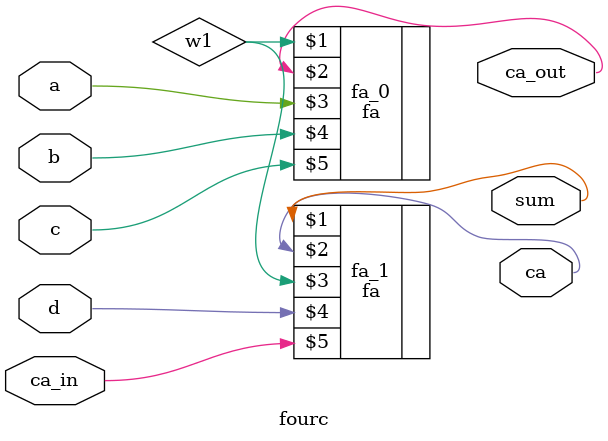
<source format=v>
`include "Compressors/fa.v"

module fourc(sum,ca,ca_out,a,b,c,d,ca_in);

input a,b,c,d,ca_in;
output sum,ca,ca_out;

wire w1;

fa fa_0(w1,ca_out,a,b,c);
fa fa_1(sum,ca,w1,d,ca_in);


endmodule

</source>
